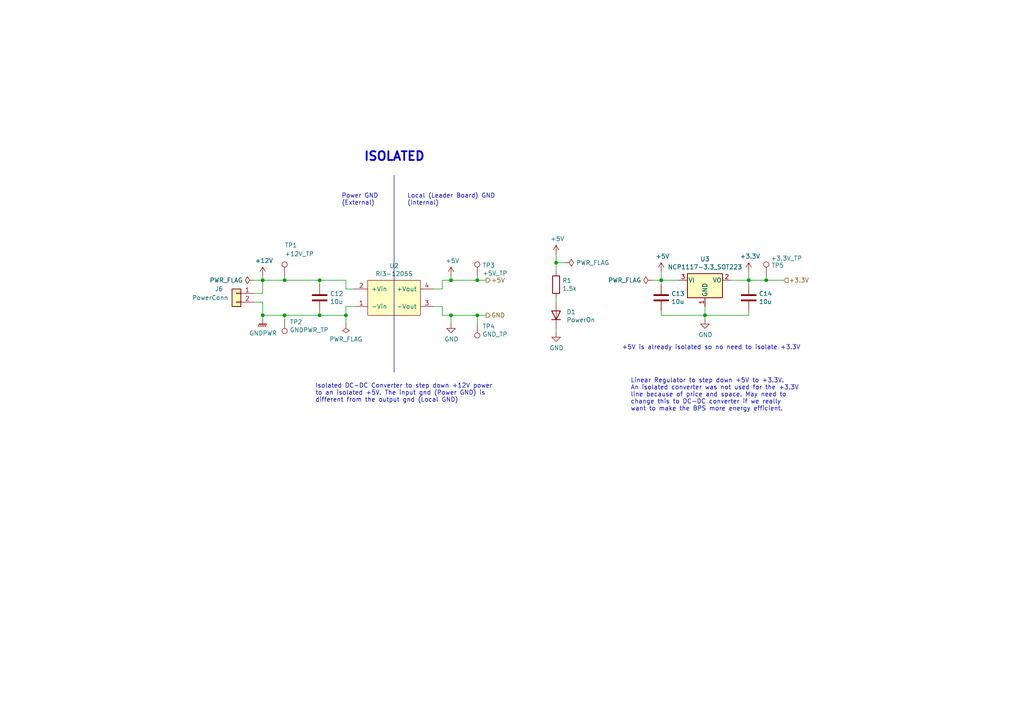
<source format=kicad_sch>
(kicad_sch (version 20230121) (generator eeschema)

  (uuid b95c1561-c97c-4589-9ca4-91d1fbd0ec61)

  (paper "A4")

  (lib_symbols
    (symbol "Connector:TestPoint" (pin_numbers hide) (pin_names (offset 0.762) hide) (in_bom yes) (on_board yes)
      (property "Reference" "TP" (at 0 6.858 0)
        (effects (font (size 1.27 1.27)))
      )
      (property "Value" "TestPoint" (at 0 5.08 0)
        (effects (font (size 1.27 1.27)))
      )
      (property "Footprint" "" (at 5.08 0 0)
        (effects (font (size 1.27 1.27)) hide)
      )
      (property "Datasheet" "~" (at 5.08 0 0)
        (effects (font (size 1.27 1.27)) hide)
      )
      (property "ki_keywords" "test point tp" (at 0 0 0)
        (effects (font (size 1.27 1.27)) hide)
      )
      (property "ki_description" "test point" (at 0 0 0)
        (effects (font (size 1.27 1.27)) hide)
      )
      (property "ki_fp_filters" "Pin* Test*" (at 0 0 0)
        (effects (font (size 1.27 1.27)) hide)
      )
      (symbol "TestPoint_0_1"
        (circle (center 0 3.302) (radius 0.762)
          (stroke (width 0) (type default))
          (fill (type none))
        )
      )
      (symbol "TestPoint_1_1"
        (pin passive line (at 0 0 90) (length 2.54)
          (name "1" (effects (font (size 1.27 1.27))))
          (number "1" (effects (font (size 1.27 1.27))))
        )
      )
    )
    (symbol "Connector_Generic:Conn_01x02" (pin_names (offset 1.016) hide) (in_bom yes) (on_board yes)
      (property "Reference" "J" (at 0 2.54 0)
        (effects (font (size 1.27 1.27)))
      )
      (property "Value" "Conn_01x02" (at 0 -5.08 0)
        (effects (font (size 1.27 1.27)))
      )
      (property "Footprint" "" (at 0 0 0)
        (effects (font (size 1.27 1.27)) hide)
      )
      (property "Datasheet" "~" (at 0 0 0)
        (effects (font (size 1.27 1.27)) hide)
      )
      (property "ki_keywords" "connector" (at 0 0 0)
        (effects (font (size 1.27 1.27)) hide)
      )
      (property "ki_description" "Generic connector, single row, 01x02, script generated (kicad-library-utils/schlib/autogen/connector/)" (at 0 0 0)
        (effects (font (size 1.27 1.27)) hide)
      )
      (property "ki_fp_filters" "Connector*:*_1x??_*" (at 0 0 0)
        (effects (font (size 1.27 1.27)) hide)
      )
      (symbol "Conn_01x02_1_1"
        (rectangle (start -1.27 -2.413) (end 0 -2.667)
          (stroke (width 0.1524) (type default))
          (fill (type none))
        )
        (rectangle (start -1.27 0.127) (end 0 -0.127)
          (stroke (width 0.1524) (type default))
          (fill (type none))
        )
        (rectangle (start -1.27 1.27) (end 1.27 -3.81)
          (stroke (width 0.254) (type default))
          (fill (type background))
        )
        (pin passive line (at -5.08 0 0) (length 3.81)
          (name "Pin_1" (effects (font (size 1.27 1.27))))
          (number "1" (effects (font (size 1.27 1.27))))
        )
        (pin passive line (at -5.08 -2.54 0) (length 3.81)
          (name "Pin_2" (effects (font (size 1.27 1.27))))
          (number "2" (effects (font (size 1.27 1.27))))
        )
      )
    )
    (symbol "Device:C" (pin_numbers hide) (pin_names (offset 0.254)) (in_bom yes) (on_board yes)
      (property "Reference" "C" (at 0.635 2.54 0)
        (effects (font (size 1.27 1.27)) (justify left))
      )
      (property "Value" "C" (at 0.635 -2.54 0)
        (effects (font (size 1.27 1.27)) (justify left))
      )
      (property "Footprint" "" (at 0.9652 -3.81 0)
        (effects (font (size 1.27 1.27)) hide)
      )
      (property "Datasheet" "~" (at 0 0 0)
        (effects (font (size 1.27 1.27)) hide)
      )
      (property "ki_keywords" "cap capacitor" (at 0 0 0)
        (effects (font (size 1.27 1.27)) hide)
      )
      (property "ki_description" "Unpolarized capacitor" (at 0 0 0)
        (effects (font (size 1.27 1.27)) hide)
      )
      (property "ki_fp_filters" "C_*" (at 0 0 0)
        (effects (font (size 1.27 1.27)) hide)
      )
      (symbol "C_0_1"
        (polyline
          (pts
            (xy -2.032 -0.762)
            (xy 2.032 -0.762)
          )
          (stroke (width 0.508) (type default))
          (fill (type none))
        )
        (polyline
          (pts
            (xy -2.032 0.762)
            (xy 2.032 0.762)
          )
          (stroke (width 0.508) (type default))
          (fill (type none))
        )
      )
      (symbol "C_1_1"
        (pin passive line (at 0 3.81 270) (length 2.794)
          (name "~" (effects (font (size 1.27 1.27))))
          (number "1" (effects (font (size 1.27 1.27))))
        )
        (pin passive line (at 0 -3.81 90) (length 2.794)
          (name "~" (effects (font (size 1.27 1.27))))
          (number "2" (effects (font (size 1.27 1.27))))
        )
      )
    )
    (symbol "Device:D" (pin_numbers hide) (pin_names (offset 1.016) hide) (in_bom yes) (on_board yes)
      (property "Reference" "D" (at 0 2.54 0)
        (effects (font (size 1.27 1.27)))
      )
      (property "Value" "D" (at 0 -2.54 0)
        (effects (font (size 1.27 1.27)))
      )
      (property "Footprint" "" (at 0 0 0)
        (effects (font (size 1.27 1.27)) hide)
      )
      (property "Datasheet" "~" (at 0 0 0)
        (effects (font (size 1.27 1.27)) hide)
      )
      (property "Sim.Device" "D" (at 0 0 0)
        (effects (font (size 1.27 1.27)) hide)
      )
      (property "Sim.Pins" "1=K 2=A" (at 0 0 0)
        (effects (font (size 1.27 1.27)) hide)
      )
      (property "ki_keywords" "diode" (at 0 0 0)
        (effects (font (size 1.27 1.27)) hide)
      )
      (property "ki_description" "Diode" (at 0 0 0)
        (effects (font (size 1.27 1.27)) hide)
      )
      (property "ki_fp_filters" "TO-???* *_Diode_* *SingleDiode* D_*" (at 0 0 0)
        (effects (font (size 1.27 1.27)) hide)
      )
      (symbol "D_0_1"
        (polyline
          (pts
            (xy -1.27 1.27)
            (xy -1.27 -1.27)
          )
          (stroke (width 0.254) (type default))
          (fill (type none))
        )
        (polyline
          (pts
            (xy 1.27 0)
            (xy -1.27 0)
          )
          (stroke (width 0) (type default))
          (fill (type none))
        )
        (polyline
          (pts
            (xy 1.27 1.27)
            (xy 1.27 -1.27)
            (xy -1.27 0)
            (xy 1.27 1.27)
          )
          (stroke (width 0.254) (type default))
          (fill (type none))
        )
      )
      (symbol "D_1_1"
        (pin passive line (at -3.81 0 0) (length 2.54)
          (name "K" (effects (font (size 1.27 1.27))))
          (number "1" (effects (font (size 1.27 1.27))))
        )
        (pin passive line (at 3.81 0 180) (length 2.54)
          (name "A" (effects (font (size 1.27 1.27))))
          (number "2" (effects (font (size 1.27 1.27))))
        )
      )
    )
    (symbol "Device:R" (pin_numbers hide) (pin_names (offset 0)) (in_bom yes) (on_board yes)
      (property "Reference" "R" (at 2.032 0 90)
        (effects (font (size 1.27 1.27)))
      )
      (property "Value" "R" (at 0 0 90)
        (effects (font (size 1.27 1.27)))
      )
      (property "Footprint" "" (at -1.778 0 90)
        (effects (font (size 1.27 1.27)) hide)
      )
      (property "Datasheet" "~" (at 0 0 0)
        (effects (font (size 1.27 1.27)) hide)
      )
      (property "ki_keywords" "R res resistor" (at 0 0 0)
        (effects (font (size 1.27 1.27)) hide)
      )
      (property "ki_description" "Resistor" (at 0 0 0)
        (effects (font (size 1.27 1.27)) hide)
      )
      (property "ki_fp_filters" "R_*" (at 0 0 0)
        (effects (font (size 1.27 1.27)) hide)
      )
      (symbol "R_0_1"
        (rectangle (start -1.016 -2.54) (end 1.016 2.54)
          (stroke (width 0.254) (type default))
          (fill (type none))
        )
      )
      (symbol "R_1_1"
        (pin passive line (at 0 3.81 270) (length 1.27)
          (name "~" (effects (font (size 1.27 1.27))))
          (number "1" (effects (font (size 1.27 1.27))))
        )
        (pin passive line (at 0 -3.81 90) (length 1.27)
          (name "~" (effects (font (size 1.27 1.27))))
          (number "2" (effects (font (size 1.27 1.27))))
        )
      )
    )
    (symbol "Regulator_Linear:LD1117S33TR_SOT223" (pin_names (offset 0.254)) (in_bom yes) (on_board yes)
      (property "Reference" "U" (at -3.81 3.175 0)
        (effects (font (size 1.27 1.27)))
      )
      (property "Value" "LD1117S33TR_SOT223" (at 0 3.175 0)
        (effects (font (size 1.27 1.27)) (justify left))
      )
      (property "Footprint" "Package_TO_SOT_SMD:SOT-223-3_TabPin2" (at 0 5.08 0)
        (effects (font (size 1.27 1.27)) hide)
      )
      (property "Datasheet" "http://www.st.com/st-web-ui/static/active/en/resource/technical/document/datasheet/CD00000544.pdf" (at 2.54 -6.35 0)
        (effects (font (size 1.27 1.27)) hide)
      )
      (property "ki_keywords" "REGULATOR LDO 3.3V" (at 0 0 0)
        (effects (font (size 1.27 1.27)) hide)
      )
      (property "ki_description" "800mA Fixed Low Drop Positive Voltage Regulator, Fixed Output 3.3V, SOT-223" (at 0 0 0)
        (effects (font (size 1.27 1.27)) hide)
      )
      (property "ki_fp_filters" "SOT?223*TabPin2*" (at 0 0 0)
        (effects (font (size 1.27 1.27)) hide)
      )
      (symbol "LD1117S33TR_SOT223_0_1"
        (rectangle (start -5.08 -5.08) (end 5.08 1.905)
          (stroke (width 0.254) (type default))
          (fill (type background))
        )
      )
      (symbol "LD1117S33TR_SOT223_1_1"
        (pin power_in line (at 0 -7.62 90) (length 2.54)
          (name "GND" (effects (font (size 1.27 1.27))))
          (number "1" (effects (font (size 1.27 1.27))))
        )
        (pin power_out line (at 7.62 0 180) (length 2.54)
          (name "VO" (effects (font (size 1.27 1.27))))
          (number "2" (effects (font (size 1.27 1.27))))
        )
        (pin power_in line (at -7.62 0 0) (length 2.54)
          (name "VI" (effects (font (size 1.27 1.27))))
          (number "3" (effects (font (size 1.27 1.27))))
        )
      )
    )
    (symbol "power:+12V" (power) (pin_names (offset 0)) (in_bom yes) (on_board yes)
      (property "Reference" "#PWR" (at 0 -3.81 0)
        (effects (font (size 1.27 1.27)) hide)
      )
      (property "Value" "+12V" (at 0 3.556 0)
        (effects (font (size 1.27 1.27)))
      )
      (property "Footprint" "" (at 0 0 0)
        (effects (font (size 1.27 1.27)) hide)
      )
      (property "Datasheet" "" (at 0 0 0)
        (effects (font (size 1.27 1.27)) hide)
      )
      (property "ki_keywords" "power-flag" (at 0 0 0)
        (effects (font (size 1.27 1.27)) hide)
      )
      (property "ki_description" "Power symbol creates a global label with name \"+12V\"" (at 0 0 0)
        (effects (font (size 1.27 1.27)) hide)
      )
      (symbol "+12V_0_1"
        (polyline
          (pts
            (xy -0.762 1.27)
            (xy 0 2.54)
          )
          (stroke (width 0) (type default))
          (fill (type none))
        )
        (polyline
          (pts
            (xy 0 0)
            (xy 0 2.54)
          )
          (stroke (width 0) (type default))
          (fill (type none))
        )
        (polyline
          (pts
            (xy 0 2.54)
            (xy 0.762 1.27)
          )
          (stroke (width 0) (type default))
          (fill (type none))
        )
      )
      (symbol "+12V_1_1"
        (pin power_in line (at 0 0 90) (length 0) hide
          (name "+12V" (effects (font (size 1.27 1.27))))
          (number "1" (effects (font (size 1.27 1.27))))
        )
      )
    )
    (symbol "power:+3.3V" (power) (pin_names (offset 0)) (in_bom yes) (on_board yes)
      (property "Reference" "#PWR" (at 0 -3.81 0)
        (effects (font (size 1.27 1.27)) hide)
      )
      (property "Value" "+3.3V" (at 0 3.556 0)
        (effects (font (size 1.27 1.27)))
      )
      (property "Footprint" "" (at 0 0 0)
        (effects (font (size 1.27 1.27)) hide)
      )
      (property "Datasheet" "" (at 0 0 0)
        (effects (font (size 1.27 1.27)) hide)
      )
      (property "ki_keywords" "power-flag" (at 0 0 0)
        (effects (font (size 1.27 1.27)) hide)
      )
      (property "ki_description" "Power symbol creates a global label with name \"+3.3V\"" (at 0 0 0)
        (effects (font (size 1.27 1.27)) hide)
      )
      (symbol "+3.3V_0_1"
        (polyline
          (pts
            (xy -0.762 1.27)
            (xy 0 2.54)
          )
          (stroke (width 0) (type default))
          (fill (type none))
        )
        (polyline
          (pts
            (xy 0 0)
            (xy 0 2.54)
          )
          (stroke (width 0) (type default))
          (fill (type none))
        )
        (polyline
          (pts
            (xy 0 2.54)
            (xy 0.762 1.27)
          )
          (stroke (width 0) (type default))
          (fill (type none))
        )
      )
      (symbol "+3.3V_1_1"
        (pin power_in line (at 0 0 90) (length 0) hide
          (name "+3.3V" (effects (font (size 1.27 1.27))))
          (number "1" (effects (font (size 1.27 1.27))))
        )
      )
    )
    (symbol "power:+5V" (power) (pin_names (offset 0)) (in_bom yes) (on_board yes)
      (property "Reference" "#PWR" (at 0 -3.81 0)
        (effects (font (size 1.27 1.27)) hide)
      )
      (property "Value" "+5V" (at 0 3.556 0)
        (effects (font (size 1.27 1.27)))
      )
      (property "Footprint" "" (at 0 0 0)
        (effects (font (size 1.27 1.27)) hide)
      )
      (property "Datasheet" "" (at 0 0 0)
        (effects (font (size 1.27 1.27)) hide)
      )
      (property "ki_keywords" "power-flag" (at 0 0 0)
        (effects (font (size 1.27 1.27)) hide)
      )
      (property "ki_description" "Power symbol creates a global label with name \"+5V\"" (at 0 0 0)
        (effects (font (size 1.27 1.27)) hide)
      )
      (symbol "+5V_0_1"
        (polyline
          (pts
            (xy -0.762 1.27)
            (xy 0 2.54)
          )
          (stroke (width 0) (type default))
          (fill (type none))
        )
        (polyline
          (pts
            (xy 0 0)
            (xy 0 2.54)
          )
          (stroke (width 0) (type default))
          (fill (type none))
        )
        (polyline
          (pts
            (xy 0 2.54)
            (xy 0.762 1.27)
          )
          (stroke (width 0) (type default))
          (fill (type none))
        )
      )
      (symbol "+5V_1_1"
        (pin power_in line (at 0 0 90) (length 0) hide
          (name "+5V" (effects (font (size 1.27 1.27))))
          (number "1" (effects (font (size 1.27 1.27))))
        )
      )
    )
    (symbol "power:GND" (power) (pin_names (offset 0)) (in_bom yes) (on_board yes)
      (property "Reference" "#PWR" (at 0 -6.35 0)
        (effects (font (size 1.27 1.27)) hide)
      )
      (property "Value" "GND" (at 0 -3.81 0)
        (effects (font (size 1.27 1.27)))
      )
      (property "Footprint" "" (at 0 0 0)
        (effects (font (size 1.27 1.27)) hide)
      )
      (property "Datasheet" "" (at 0 0 0)
        (effects (font (size 1.27 1.27)) hide)
      )
      (property "ki_keywords" "power-flag" (at 0 0 0)
        (effects (font (size 1.27 1.27)) hide)
      )
      (property "ki_description" "Power symbol creates a global label with name \"GND\" , ground" (at 0 0 0)
        (effects (font (size 1.27 1.27)) hide)
      )
      (symbol "GND_0_1"
        (polyline
          (pts
            (xy 0 0)
            (xy 0 -1.27)
            (xy 1.27 -1.27)
            (xy 0 -2.54)
            (xy -1.27 -1.27)
            (xy 0 -1.27)
          )
          (stroke (width 0) (type default))
          (fill (type none))
        )
      )
      (symbol "GND_1_1"
        (pin power_in line (at 0 0 270) (length 0) hide
          (name "GND" (effects (font (size 1.27 1.27))))
          (number "1" (effects (font (size 1.27 1.27))))
        )
      )
    )
    (symbol "power:GNDPWR" (power) (pin_names (offset 0)) (in_bom yes) (on_board yes)
      (property "Reference" "#PWR" (at 0 -5.08 0)
        (effects (font (size 1.27 1.27)) hide)
      )
      (property "Value" "GNDPWR" (at 0 -3.302 0)
        (effects (font (size 1.27 1.27)))
      )
      (property "Footprint" "" (at 0 -1.27 0)
        (effects (font (size 1.27 1.27)) hide)
      )
      (property "Datasheet" "" (at 0 -1.27 0)
        (effects (font (size 1.27 1.27)) hide)
      )
      (property "ki_keywords" "power-flag" (at 0 0 0)
        (effects (font (size 1.27 1.27)) hide)
      )
      (property "ki_description" "Power symbol creates a global label with name \"GNDPWR\" , power ground" (at 0 0 0)
        (effects (font (size 1.27 1.27)) hide)
      )
      (symbol "GNDPWR_0_1"
        (polyline
          (pts
            (xy 0 -1.27)
            (xy 0 0)
          )
          (stroke (width 0) (type default))
          (fill (type none))
        )
        (polyline
          (pts
            (xy -1.016 -1.27)
            (xy -1.27 -2.032)
            (xy -1.27 -2.032)
          )
          (stroke (width 0.2032) (type default))
          (fill (type none))
        )
        (polyline
          (pts
            (xy -0.508 -1.27)
            (xy -0.762 -2.032)
            (xy -0.762 -2.032)
          )
          (stroke (width 0.2032) (type default))
          (fill (type none))
        )
        (polyline
          (pts
            (xy 0 -1.27)
            (xy -0.254 -2.032)
            (xy -0.254 -2.032)
          )
          (stroke (width 0.2032) (type default))
          (fill (type none))
        )
        (polyline
          (pts
            (xy 0.508 -1.27)
            (xy 0.254 -2.032)
            (xy 0.254 -2.032)
          )
          (stroke (width 0.2032) (type default))
          (fill (type none))
        )
        (polyline
          (pts
            (xy 1.016 -1.27)
            (xy -1.016 -1.27)
            (xy -1.016 -1.27)
          )
          (stroke (width 0.2032) (type default))
          (fill (type none))
        )
        (polyline
          (pts
            (xy 1.016 -1.27)
            (xy 0.762 -2.032)
            (xy 0.762 -2.032)
            (xy 0.762 -2.032)
          )
          (stroke (width 0.2032) (type default))
          (fill (type none))
        )
      )
      (symbol "GNDPWR_1_1"
        (pin power_in line (at 0 0 270) (length 0) hide
          (name "GNDPWR" (effects (font (size 1.27 1.27))))
          (number "1" (effects (font (size 1.27 1.27))))
        )
      )
    )
    (symbol "power:PWR_FLAG" (power) (pin_numbers hide) (pin_names (offset 0) hide) (in_bom yes) (on_board yes)
      (property "Reference" "#FLG" (at 0 1.905 0)
        (effects (font (size 1.27 1.27)) hide)
      )
      (property "Value" "PWR_FLAG" (at 0 3.81 0)
        (effects (font (size 1.27 1.27)))
      )
      (property "Footprint" "" (at 0 0 0)
        (effects (font (size 1.27 1.27)) hide)
      )
      (property "Datasheet" "~" (at 0 0 0)
        (effects (font (size 1.27 1.27)) hide)
      )
      (property "ki_keywords" "power-flag" (at 0 0 0)
        (effects (font (size 1.27 1.27)) hide)
      )
      (property "ki_description" "Special symbol for telling ERC where power comes from" (at 0 0 0)
        (effects (font (size 1.27 1.27)) hide)
      )
      (symbol "PWR_FLAG_0_0"
        (pin power_out line (at 0 0 90) (length 0)
          (name "pwr" (effects (font (size 1.27 1.27))))
          (number "1" (effects (font (size 1.27 1.27))))
        )
      )
      (symbol "PWR_FLAG_0_1"
        (polyline
          (pts
            (xy 0 0)
            (xy 0 1.27)
            (xy -1.016 1.905)
            (xy 0 2.54)
            (xy 1.016 1.905)
            (xy 0 1.27)
          )
          (stroke (width 0) (type default))
          (fill (type none))
        )
      )
    )
    (symbol "utsvt-power-regulators:RI3-1205S" (pin_names (offset 1.016)) (in_bom yes) (on_board yes)
      (property "Reference" "U" (at 0 3.81 0)
        (effects (font (size 1.27 1.27)))
      )
      (property "Value" "RI3-1205S" (at 0 1.27 0)
        (effects (font (size 1.27 1.27)))
      )
      (property "Footprint" "UTSVT_ICs:RI3_DC_Converter" (at 0 0 0)
        (effects (font (size 1.27 1.27)) hide)
      )
      (property "Datasheet" "" (at 0 0 0)
        (effects (font (size 1.27 1.27)) hide)
      )
      (symbol "RI3-1205S_0_1"
        (rectangle (start -7.62 0) (end 7.62 -10.16)
          (stroke (width 0) (type default))
          (fill (type background))
        )
      )
      (symbol "RI3-1205S_1_1"
        (pin input line (at -11.43 -7.62 0) (length 3.81)
          (name "-Vin" (effects (font (size 1.27 1.27))))
          (number "1" (effects (font (size 1.27 1.27))))
        )
        (pin power_in line (at -11.43 -2.54 0) (length 3.81)
          (name "+Vin" (effects (font (size 1.27 1.27))))
          (number "2" (effects (font (size 1.27 1.27))))
        )
        (pin power_out line (at 11.43 -7.62 180) (length 3.81)
          (name "-Vout" (effects (font (size 1.27 1.27))))
          (number "3" (effects (font (size 1.27 1.27))))
        )
        (pin power_out line (at 11.43 -2.54 180) (length 3.81)
          (name "+Vout" (effects (font (size 1.27 1.27))))
          (number "4" (effects (font (size 1.27 1.27))))
        )
      )
    )
  )

  (junction (at 222.25 81.28) (diameter 0) (color 0 0 0 0)
    (uuid 199ac39c-44ef-4f09-b94b-97915bf5cb2e)
  )
  (junction (at 92.71 91.44) (diameter 0) (color 0 0 0 0)
    (uuid 2ec40a67-ffe0-43e3-91de-9491ff6fea26)
  )
  (junction (at 138.43 81.28) (diameter 0) (color 0 0 0 0)
    (uuid 38bc8172-2f85-4cb0-aa07-66881f718c5a)
  )
  (junction (at 82.55 81.28) (diameter 0) (color 0 0 0 0)
    (uuid 3ba348c1-3851-42f0-b5b8-891b3a2b16b4)
  )
  (junction (at 76.2 91.44) (diameter 0) (color 0 0 0 0)
    (uuid 52116b93-1ca7-4e7c-b10b-5c1e6cff1679)
  )
  (junction (at 217.17 81.28) (diameter 0) (color 0 0 0 0)
    (uuid 6342f90f-1825-4b68-8162-c01db24386ea)
  )
  (junction (at 138.43 91.44) (diameter 0) (color 0 0 0 0)
    (uuid 6bc5c41e-b50b-4d4d-bf91-2c09b7555bd1)
  )
  (junction (at 92.71 81.28) (diameter 0) (color 0 0 0 0)
    (uuid 6e544c86-7ce8-489c-a760-629cb10c15ea)
  )
  (junction (at 161.29 76.2) (diameter 0) (color 0 0 0 0)
    (uuid 7072ef26-947d-49af-ab3d-6cd090eed3d2)
  )
  (junction (at 82.55 91.44) (diameter 0) (color 0 0 0 0)
    (uuid 8b8bf750-7e13-4068-b1dd-e4f686b6c8d7)
  )
  (junction (at 191.77 81.28) (diameter 0) (color 0 0 0 0)
    (uuid 8c6378ad-2571-442a-9d0c-521548a3ba70)
  )
  (junction (at 130.81 81.28) (diameter 0) (color 0 0 0 0)
    (uuid ae9a64c2-4592-4c56-9f71-8912fcfcc963)
  )
  (junction (at 76.2 81.28) (diameter 0) (color 0 0 0 0)
    (uuid b334ceb9-b05b-4ffd-9678-b036094f35ce)
  )
  (junction (at 130.81 91.44) (diameter 0) (color 0 0 0 0)
    (uuid bf040679-9575-402f-8515-ee4f61f58bf0)
  )
  (junction (at 204.47 91.44) (diameter 0) (color 0 0 0 0)
    (uuid c02fa65f-e20d-4a8b-8d57-e232359107ba)
  )
  (junction (at 100.33 91.44) (diameter 0) (color 0 0 0 0)
    (uuid ec0634d1-bc97-4c01-a28e-6b3bbea6ea13)
  )

  (wire (pts (xy 161.29 73.66) (xy 161.29 76.2))
    (stroke (width 0) (type default))
    (uuid 069f1c9f-a152-4792-ba60-4ef9ca2471ce)
  )
  (wire (pts (xy 125.73 88.9) (xy 128.27 88.9))
    (stroke (width 0) (type default))
    (uuid 091676b9-ffbe-469a-8c2f-4903ef20d7b2)
  )
  (wire (pts (xy 100.33 83.82) (xy 102.87 83.82))
    (stroke (width 0) (type default))
    (uuid 0ab88448-5e6e-46f9-9e01-6c9840ec53a1)
  )
  (wire (pts (xy 82.55 81.28) (xy 92.71 81.28))
    (stroke (width 0) (type default))
    (uuid 25da12bc-3682-48d3-bc56-052b7217c5a9)
  )
  (wire (pts (xy 128.27 83.82) (xy 128.27 81.28))
    (stroke (width 0) (type default))
    (uuid 2718a840-9a5f-4700-a1f3-96e800bd7bb3)
  )
  (wire (pts (xy 76.2 91.44) (xy 76.2 92.71))
    (stroke (width 0) (type default))
    (uuid 282fa341-c80e-483a-8636-ebdab5c3fd72)
  )
  (wire (pts (xy 161.29 87.63) (xy 161.29 86.36))
    (stroke (width 0) (type default))
    (uuid 298414b3-dc20-4caf-8930-9ce0c0a8fb09)
  )
  (wire (pts (xy 161.29 76.2) (xy 161.29 78.74))
    (stroke (width 0) (type default))
    (uuid 2b417ab3-3082-4faf-94bd-2955c274eaca)
  )
  (wire (pts (xy 76.2 87.63) (xy 76.2 91.44))
    (stroke (width 0) (type default))
    (uuid 2c6267ef-a398-45f9-8e20-004767679ef9)
  )
  (wire (pts (xy 222.25 80.01) (xy 222.25 81.28))
    (stroke (width 0) (type default))
    (uuid 2e2bcada-6e31-493b-96b9-889527385399)
  )
  (wire (pts (xy 204.47 91.44) (xy 217.17 91.44))
    (stroke (width 0) (type default))
    (uuid 34fcf3c5-1856-400f-9c85-753ad2e89f48)
  )
  (wire (pts (xy 130.81 81.28) (xy 138.43 81.28))
    (stroke (width 0) (type default))
    (uuid 39051636-bd5e-4c10-be8f-7ec70e8d0ee9)
  )
  (wire (pts (xy 100.33 88.9) (xy 100.33 91.44))
    (stroke (width 0) (type default))
    (uuid 39cff6b1-4320-44be-846e-8549ad046fca)
  )
  (wire (pts (xy 191.77 81.28) (xy 191.77 82.55))
    (stroke (width 0) (type default))
    (uuid 3cd263f3-6722-438b-a1b1-8f3f1b910d5f)
  )
  (wire (pts (xy 138.43 81.28) (xy 140.97 81.28))
    (stroke (width 0) (type default))
    (uuid 3f1f4e14-97d6-4c60-9124-3f7230772d49)
  )
  (wire (pts (xy 163.83 76.2) (xy 161.29 76.2))
    (stroke (width 0) (type default))
    (uuid 4e8aa26e-8e19-4b0c-b6f1-0aa61c703eeb)
  )
  (wire (pts (xy 76.2 80.01) (xy 76.2 81.28))
    (stroke (width 0) (type default))
    (uuid 51f681ce-5b46-42e2-b4df-33c63d5d4ae7)
  )
  (wire (pts (xy 212.09 81.28) (xy 217.17 81.28))
    (stroke (width 0) (type default))
    (uuid 54b4a0e5-20bc-4d10-b4f0-48cf04e58f45)
  )
  (wire (pts (xy 125.73 83.82) (xy 128.27 83.82))
    (stroke (width 0) (type default))
    (uuid 5510e64b-92fe-4138-a58a-6237e53ef4db)
  )
  (wire (pts (xy 196.85 81.28) (xy 191.77 81.28))
    (stroke (width 0) (type default))
    (uuid 56b05163-5010-4a8d-97d2-40bcaf22b6d1)
  )
  (wire (pts (xy 128.27 91.44) (xy 130.81 91.44))
    (stroke (width 0) (type default))
    (uuid 5d812ce5-02ff-4e50-aaa4-8114f86ce2bf)
  )
  (wire (pts (xy 82.55 92.71) (xy 82.55 91.44))
    (stroke (width 0) (type default))
    (uuid 66059f9f-9b9a-4ffc-a99b-ba89cba5e971)
  )
  (wire (pts (xy 204.47 91.44) (xy 204.47 92.71))
    (stroke (width 0) (type default))
    (uuid 700c82cb-46ab-4922-b7ed-a4bb64a65294)
  )
  (wire (pts (xy 76.2 91.44) (xy 82.55 91.44))
    (stroke (width 0) (type default))
    (uuid 743a97fb-4ee0-4976-9cf9-8001c750c608)
  )
  (wire (pts (xy 189.23 81.28) (xy 191.77 81.28))
    (stroke (width 0) (type default))
    (uuid 77a24982-4254-490f-92bf-55e9c9a6e872)
  )
  (wire (pts (xy 222.25 81.28) (xy 217.17 81.28))
    (stroke (width 0) (type default))
    (uuid 81703846-8e87-41b9-bde4-60f7bdd86ac2)
  )
  (wire (pts (xy 73.66 87.63) (xy 76.2 87.63))
    (stroke (width 0) (type default))
    (uuid 87d40fbf-c633-48d8-b650-1ee975aff559)
  )
  (wire (pts (xy 100.33 81.28) (xy 100.33 83.82))
    (stroke (width 0) (type default))
    (uuid 8d7818fe-e604-4b69-b996-068d242edaac)
  )
  (wire (pts (xy 76.2 85.09) (xy 73.66 85.09))
    (stroke (width 0) (type default))
    (uuid 93b61369-1416-4c1a-a0cf-e2a06bb5010e)
  )
  (wire (pts (xy 140.97 91.44) (xy 138.43 91.44))
    (stroke (width 0) (type default))
    (uuid 97707494-cfc3-48df-b1d5-506158ffeaa0)
  )
  (wire (pts (xy 100.33 88.9) (xy 102.87 88.9))
    (stroke (width 0) (type default))
    (uuid 978c73d7-2cb3-4156-94fe-6d68d2898f82)
  )
  (wire (pts (xy 82.55 91.44) (xy 92.71 91.44))
    (stroke (width 0) (type default))
    (uuid a02592e6-f83f-4aba-ad38-d54b4883eed0)
  )
  (polyline (pts (xy 114.3 50.8) (xy 114.3 107.95))
    (stroke (width 0) (type default))
    (uuid a8335693-429d-4690-9590-132597e718b2)
  )

  (wire (pts (xy 92.71 90.17) (xy 92.71 91.44))
    (stroke (width 0) (type default))
    (uuid ac71d31c-1239-4275-87dc-4e10e6e624df)
  )
  (wire (pts (xy 138.43 91.44) (xy 130.81 91.44))
    (stroke (width 0) (type default))
    (uuid ae5af188-aabc-48b2-ab59-60c78d6be53d)
  )
  (wire (pts (xy 138.43 93.98) (xy 138.43 91.44))
    (stroke (width 0) (type default))
    (uuid b153b0cc-4845-4fa3-86e5-2107100700a5)
  )
  (wire (pts (xy 138.43 80.01) (xy 138.43 81.28))
    (stroke (width 0) (type default))
    (uuid b1c161a1-496a-4c2f-afc4-95720fd12205)
  )
  (wire (pts (xy 92.71 82.55) (xy 92.71 81.28))
    (stroke (width 0) (type default))
    (uuid b772399e-4064-48fd-bc81-fe1aa0d32fad)
  )
  (wire (pts (xy 100.33 91.44) (xy 100.33 93.98))
    (stroke (width 0) (type default))
    (uuid bcbe7901-593b-43e7-bf1b-3afd1ee86f88)
  )
  (wire (pts (xy 92.71 91.44) (xy 100.33 91.44))
    (stroke (width 0) (type default))
    (uuid be83afc3-1177-432a-99c7-0e3ffbe8f041)
  )
  (wire (pts (xy 128.27 81.28) (xy 130.81 81.28))
    (stroke (width 0) (type default))
    (uuid bf44c1d3-ae1d-4b22-80ca-2085a28aca1f)
  )
  (wire (pts (xy 73.66 81.28) (xy 76.2 81.28))
    (stroke (width 0) (type default))
    (uuid c02bfac8-31b5-4e69-8a76-c01694e64549)
  )
  (wire (pts (xy 217.17 91.44) (xy 217.17 90.17))
    (stroke (width 0) (type default))
    (uuid c47caf0c-f344-460b-ac44-a128865cd1dc)
  )
  (wire (pts (xy 130.81 93.98) (xy 130.81 91.44))
    (stroke (width 0) (type default))
    (uuid c53250b0-3319-4916-a366-b11d5fd06d15)
  )
  (wire (pts (xy 227.33 81.28) (xy 222.25 81.28))
    (stroke (width 0) (type default))
    (uuid c7faf992-ce0c-4bcd-8bc2-f64d7fc6396a)
  )
  (wire (pts (xy 76.2 81.28) (xy 82.55 81.28))
    (stroke (width 0) (type default))
    (uuid c9c54c0e-7a71-4567-8cc8-ec7b9e40f4fc)
  )
  (wire (pts (xy 76.2 81.28) (xy 76.2 85.09))
    (stroke (width 0) (type default))
    (uuid cbe01a32-5410-4b8b-a6fa-8e05d74b3317)
  )
  (wire (pts (xy 130.81 80.01) (xy 130.81 81.28))
    (stroke (width 0) (type default))
    (uuid d0c5f6f1-2671-4e14-84dc-c2cf9277b1f2)
  )
  (wire (pts (xy 217.17 81.28) (xy 217.17 82.55))
    (stroke (width 0) (type default))
    (uuid d0f92006-e9e8-4f46-a0e3-202d31884173)
  )
  (wire (pts (xy 191.77 78.74) (xy 191.77 81.28))
    (stroke (width 0) (type default))
    (uuid d532a79b-ea7e-40e8-8db1-98e720bfc51e)
  )
  (wire (pts (xy 204.47 88.9) (xy 204.47 91.44))
    (stroke (width 0) (type default))
    (uuid da666809-d2f4-468f-8c5d-8438e3df01b7)
  )
  (wire (pts (xy 191.77 91.44) (xy 204.47 91.44))
    (stroke (width 0) (type default))
    (uuid df9686ce-fc8f-402a-b40d-ac712cc0542a)
  )
  (wire (pts (xy 92.71 81.28) (xy 100.33 81.28))
    (stroke (width 0) (type default))
    (uuid e33aa0f6-e97e-41f7-852a-3b0e4c001c09)
  )
  (wire (pts (xy 128.27 88.9) (xy 128.27 91.44))
    (stroke (width 0) (type default))
    (uuid e733ecd0-fc67-4375-95d3-35ca5bc1e96d)
  )
  (wire (pts (xy 161.29 96.52) (xy 161.29 95.25))
    (stroke (width 0) (type default))
    (uuid e99cb775-86c0-42d4-96df-166614b2035c)
  )
  (wire (pts (xy 217.17 78.74) (xy 217.17 81.28))
    (stroke (width 0) (type default))
    (uuid efa47874-51ce-400c-ae18-644788ba00ea)
  )
  (wire (pts (xy 82.55 80.01) (xy 82.55 81.28))
    (stroke (width 0) (type default))
    (uuid faa5cd40-ea10-4fe0-b920-4e42bd5ac1ea)
  )
  (wire (pts (xy 191.77 90.17) (xy 191.77 91.44))
    (stroke (width 0) (type default))
    (uuid fe955c93-f40f-4816-8869-c83eec6adb49)
  )

  (text "Linear Regulator to step down +5V to +3.3V.\nAn isolated converter was not used for the +3.3V\nline because of price and space. May need to\nchange this to DC-DC converter if we really\nwant to make the BPS more energy efficient."
    (at 182.88 119.38 0)
    (effects (font (size 1.27 1.27)) (justify left bottom))
    (uuid 03d0f8ff-8579-4d41-a73b-f3d27d50b48b)
  )
  (text "Isolated DC-DC Converter to step down +12V power\nto an isolated +5V. The input gnd (Power GND) is\ndifferent from the output gnd (Local GND)"
    (at 91.44 116.84 0)
    (effects (font (size 1.27 1.27)) (justify left bottom))
    (uuid 52115c0b-eb61-4aba-99d6-bf404552d50b)
  )
  (text "ISOLATED" (at 105.41 46.99 0)
    (effects (font (size 2.54 2.54) (thickness 0.508) bold) (justify left bottom))
    (uuid 5ac81521-cbb5-49ef-9e1f-743c4d457471)
  )
  (text "+5V is already isolated so no need to isolate +3.3V"
    (at 180.34 101.6 0)
    (effects (font (size 1.27 1.27)) (justify left bottom))
    (uuid 6b8a51e8-744b-4c13-9c7c-44f0fd332e85)
  )
  (text "Power GND\n(External)" (at 99.06 59.69 0)
    (effects (font (size 1.27 1.27)) (justify left bottom))
    (uuid 7e3a30c9-d6d1-4f10-b3a9-0b3bf2d72af1)
  )
  (text "Local (Leader Board) GND\n(Internal)" (at 118.11 59.69 0)
    (effects (font (size 1.27 1.27)) (justify left bottom))
    (uuid a9e511ab-1398-4c97-9dae-e3b796345a94)
  )

  (hierarchical_label "GND" (shape output) (at 140.97 91.44 0) (fields_autoplaced)
    (effects (font (size 1.27 1.27)) (justify left))
    (uuid 9d8e36a5-6a80-4269-a8b3-72025a28e536)
  )
  (hierarchical_label "+5V" (shape output) (at 140.97 81.28 0) (fields_autoplaced)
    (effects (font (size 1.27 1.27)) (justify left))
    (uuid d7f086e9-4711-4927-8f34-04e71ac46ac1)
  )
  (hierarchical_label "+3.3V" (shape input) (at 227.33 81.28 0) (fields_autoplaced)
    (effects (font (size 1.27 1.27)) (justify left))
    (uuid e3b9f898-6386-4188-8b47-8243b72d54a8)
  )

  (symbol (lib_id "power:+12V") (at 76.2 80.01 0) (unit 1)
    (in_bom yes) (on_board yes) (dnp no)
    (uuid 00000000-0000-0000-0000-00005c35f2d2)
    (property "Reference" "#PWR021" (at 76.2 83.82 0)
      (effects (font (size 1.27 1.27)) hide)
    )
    (property "Value" "+12V" (at 76.581 75.6158 0)
      (effects (font (size 1.27 1.27)))
    )
    (property "Footprint" "" (at 76.2 80.01 0)
      (effects (font (size 1.27 1.27)) hide)
    )
    (property "Datasheet" "" (at 76.2 80.01 0)
      (effects (font (size 1.27 1.27)) hide)
    )
    (pin "1" (uuid 62cc1c21-244d-4420-8b3e-06a2e00ba5c0))
    (instances
      (project "BPS-Leader"
        (path "/c248b171-df31-4e8a-afb6-607fa2df334b/00000000-0000-0000-0000-00005c29e573"
          (reference "#PWR021") (unit 1)
        )
      )
    )
  )

  (symbol (lib_id "Device:C") (at 92.71 86.36 0) (unit 1)
    (in_bom yes) (on_board yes) (dnp no)
    (uuid 00000000-0000-0000-0000-00005c35f7e4)
    (property "Reference" "C12" (at 95.7072 85.1916 0)
      (effects (font (size 1.27 1.27)) (justify left))
    )
    (property "Value" "10u" (at 95.7072 87.503 0)
      (effects (font (size 1.27 1.27)) (justify left))
    )
    (property "Footprint" "UTSVT_Passive:C_2220_5750Metric" (at 93.6752 90.17 0)
      (effects (font (size 1.27 1.27)) hide)
    )
    (property "Datasheet" "~" (at 92.71 86.36 0)
      (effects (font (size 1.27 1.27)) hide)
    )
    (pin "1" (uuid 6e6d02cb-de9c-4d36-90af-03c460093659))
    (pin "2" (uuid a7cfc679-5aa6-414c-9614-58f4500bf66d))
    (instances
      (project "BPS-Leader"
        (path "/c248b171-df31-4e8a-afb6-607fa2df334b/00000000-0000-0000-0000-00005c29e573"
          (reference "C12") (unit 1)
        )
      )
    )
  )

  (symbol (lib_id "power:+5V") (at 130.81 80.01 0) (unit 1)
    (in_bom yes) (on_board yes) (dnp no)
    (uuid 00000000-0000-0000-0000-00005c376123)
    (property "Reference" "#PWR023" (at 130.81 83.82 0)
      (effects (font (size 1.27 1.27)) hide)
    )
    (property "Value" "+5V" (at 131.191 75.6158 0)
      (effects (font (size 1.27 1.27)))
    )
    (property "Footprint" "" (at 130.81 80.01 0)
      (effects (font (size 1.27 1.27)) hide)
    )
    (property "Datasheet" "" (at 130.81 80.01 0)
      (effects (font (size 1.27 1.27)) hide)
    )
    (pin "1" (uuid 2b278a50-7be7-4c23-ad2c-4c14e5c7de6b))
    (instances
      (project "BPS-Leader"
        (path "/c248b171-df31-4e8a-afb6-607fa2df334b/00000000-0000-0000-0000-00005c29e573"
          (reference "#PWR023") (unit 1)
        )
      )
    )
  )

  (symbol (lib_id "Connector:TestPoint") (at 82.55 80.01 0) (unit 1)
    (in_bom yes) (on_board yes) (dnp no)
    (uuid 00000000-0000-0000-0000-00005c37d606)
    (property "Reference" "TP1" (at 82.55 71.12 0)
      (effects (font (size 1.27 1.27)) (justify left))
    )
    (property "Value" "+12V_TP" (at 82.55 73.66 0)
      (effects (font (size 1.27 1.27)) (justify left))
    )
    (property "Footprint" "TestPoint:TestPoint_Keystone_5005-5009_Compact" (at 87.63 80.01 0)
      (effects (font (size 1.27 1.27)) hide)
    )
    (property "Datasheet" "~" (at 87.63 80.01 0)
      (effects (font (size 1.27 1.27)) hide)
    )
    (pin "1" (uuid 59c48fea-9c23-46ef-8cd0-c2802091ae75))
    (instances
      (project "BPS-Leader"
        (path "/c248b171-df31-4e8a-afb6-607fa2df334b/00000000-0000-0000-0000-00005c29e573"
          (reference "TP1") (unit 1)
        )
      )
    )
  )

  (symbol (lib_id "Connector:TestPoint") (at 138.43 80.01 0) (unit 1)
    (in_bom yes) (on_board yes) (dnp no)
    (uuid 00000000-0000-0000-0000-00005c37e6a3)
    (property "Reference" "TP3" (at 139.9032 76.962 0)
      (effects (font (size 1.27 1.27)) (justify left))
    )
    (property "Value" "+5V_TP" (at 139.9032 79.2734 0)
      (effects (font (size 1.27 1.27)) (justify left))
    )
    (property "Footprint" "TestPoint:TestPoint_Keystone_5005-5009_Compact" (at 143.51 80.01 0)
      (effects (font (size 1.27 1.27)) hide)
    )
    (property "Datasheet" "~" (at 143.51 80.01 0)
      (effects (font (size 1.27 1.27)) hide)
    )
    (pin "1" (uuid 6febdcc4-f811-4f0c-9c8d-ffdb2afe2f33))
    (instances
      (project "BPS-Leader"
        (path "/c248b171-df31-4e8a-afb6-607fa2df334b/00000000-0000-0000-0000-00005c29e573"
          (reference "TP3") (unit 1)
        )
      )
    )
  )

  (symbol (lib_id "Connector:TestPoint") (at 138.43 93.98 180) (unit 1)
    (in_bom yes) (on_board yes) (dnp no)
    (uuid 00000000-0000-0000-0000-00005c37f6b1)
    (property "Reference" "TP4" (at 139.9032 94.6658 0)
      (effects (font (size 1.27 1.27)) (justify right))
    )
    (property "Value" "GND_TP" (at 139.9032 96.9772 0)
      (effects (font (size 1.27 1.27)) (justify right))
    )
    (property "Footprint" "TestPoint:TestPoint_Keystone_5005-5009_Compact" (at 133.35 93.98 0)
      (effects (font (size 1.27 1.27)) hide)
    )
    (property "Datasheet" "~" (at 133.35 93.98 0)
      (effects (font (size 1.27 1.27)) hide)
    )
    (pin "1" (uuid ac08834a-95ab-40df-871e-11ff62e85410))
    (instances
      (project "BPS-Leader"
        (path "/c248b171-df31-4e8a-afb6-607fa2df334b/00000000-0000-0000-0000-00005c29e573"
          (reference "TP4") (unit 1)
        )
      )
    )
  )

  (symbol (lib_id "utsvt-power-regulators:RI3-1205S") (at 114.3 81.28 0) (unit 1)
    (in_bom yes) (on_board yes) (dnp no)
    (uuid 00000000-0000-0000-0000-00005c38c4fe)
    (property "Reference" "U2" (at 114.3 77.089 0)
      (effects (font (size 1.27 1.27)))
    )
    (property "Value" "RI3-1205S" (at 114.3 79.4004 0)
      (effects (font (size 1.27 1.27)))
    )
    (property "Footprint" "UTSVT_ICs:RI3_DC_Converter" (at 114.3 81.28 0)
      (effects (font (size 1.27 1.27)) hide)
    )
    (property "Datasheet" "" (at 114.3 81.28 0)
      (effects (font (size 1.27 1.27)) hide)
    )
    (pin "1" (uuid 844f242c-0ba4-4e9c-9fcb-0d8bae01dd50))
    (pin "2" (uuid 5703d48f-bca4-45b1-a551-f6803a213551))
    (pin "3" (uuid 2e98c941-5106-4f03-a82a-6cfb78303187))
    (pin "4" (uuid 1eacd07c-72db-4f18-9b74-f0f766b681a2))
    (instances
      (project "BPS-Leader"
        (path "/c248b171-df31-4e8a-afb6-607fa2df334b/00000000-0000-0000-0000-00005c29e573"
          (reference "U2") (unit 1)
        )
      )
    )
  )

  (symbol (lib_id "power:GND") (at 130.81 93.98 0) (unit 1)
    (in_bom yes) (on_board yes) (dnp no)
    (uuid 00000000-0000-0000-0000-00005c3f3b1f)
    (property "Reference" "#PWR024" (at 130.81 100.33 0)
      (effects (font (size 1.27 1.27)) hide)
    )
    (property "Value" "GND" (at 130.937 98.3742 0)
      (effects (font (size 1.27 1.27)))
    )
    (property "Footprint" "" (at 130.81 93.98 0)
      (effects (font (size 1.27 1.27)) hide)
    )
    (property "Datasheet" "" (at 130.81 93.98 0)
      (effects (font (size 1.27 1.27)) hide)
    )
    (pin "1" (uuid 01fcd57c-1abc-41fc-8aa5-20fb63371e8b))
    (instances
      (project "BPS-Leader"
        (path "/c248b171-df31-4e8a-afb6-607fa2df334b/00000000-0000-0000-0000-00005c29e573"
          (reference "#PWR024") (unit 1)
        )
      )
    )
  )

  (symbol (lib_id "power:GNDPWR") (at 76.2 92.71 0) (unit 1)
    (in_bom yes) (on_board yes) (dnp no)
    (uuid 00000000-0000-0000-0000-00005c3f7204)
    (property "Reference" "#PWR022" (at 76.2 97.79 0)
      (effects (font (size 1.27 1.27)) hide)
    )
    (property "Value" "GNDPWR" (at 76.3016 96.6216 0)
      (effects (font (size 1.27 1.27)))
    )
    (property "Footprint" "" (at 76.2 93.98 0)
      (effects (font (size 1.27 1.27)) hide)
    )
    (property "Datasheet" "" (at 76.2 93.98 0)
      (effects (font (size 1.27 1.27)) hide)
    )
    (pin "1" (uuid a636e384-40f6-4dd1-b090-5db7ca4bdabd))
    (instances
      (project "BPS-Leader"
        (path "/c248b171-df31-4e8a-afb6-607fa2df334b/00000000-0000-0000-0000-00005c29e573"
          (reference "#PWR022") (unit 1)
        )
      )
    )
  )

  (symbol (lib_id "power:GND") (at 161.29 96.52 0) (unit 1)
    (in_bom yes) (on_board yes) (dnp no)
    (uuid 00000000-0000-0000-0000-00005c58d746)
    (property "Reference" "#PWR026" (at 161.29 102.87 0)
      (effects (font (size 1.27 1.27)) hide)
    )
    (property "Value" "GND" (at 161.417 100.9142 0)
      (effects (font (size 1.27 1.27)))
    )
    (property "Footprint" "" (at 161.29 96.52 0)
      (effects (font (size 1.27 1.27)) hide)
    )
    (property "Datasheet" "" (at 161.29 96.52 0)
      (effects (font (size 1.27 1.27)) hide)
    )
    (pin "1" (uuid 8de51f70-6cb3-46ea-9884-9fc2be53168f))
    (instances
      (project "BPS-Leader"
        (path "/c248b171-df31-4e8a-afb6-607fa2df334b/00000000-0000-0000-0000-00005c29e573"
          (reference "#PWR026") (unit 1)
        )
      )
    )
  )

  (symbol (lib_id "Device:D") (at 161.29 91.44 90) (unit 1)
    (in_bom yes) (on_board yes) (dnp no)
    (uuid 00000000-0000-0000-0000-00005c58d83e)
    (property "Reference" "D1" (at 164.2872 90.4748 90)
      (effects (font (size 1.27 1.27)) (justify right))
    )
    (property "Value" "PowerOn" (at 164.2872 92.7862 90)
      (effects (font (size 1.27 1.27)) (justify right))
    )
    (property "Footprint" "LED_SMD:LED_0805_2012Metric" (at 161.29 91.44 0)
      (effects (font (size 1.27 1.27)) hide)
    )
    (property "Datasheet" "~" (at 161.29 91.44 0)
      (effects (font (size 1.27 1.27)) hide)
    )
    (property "Color" "Green" (at 161.29 91.44 90)
      (effects (font (size 1.27 1.27)) hide)
    )
    (property "P/N" "APTD2012LCGCK" (at 161.29 91.44 90)
      (effects (font (size 1.27 1.27)) hide)
    )
    (property "Sim.Device" "D" (at 161.29 91.44 0)
      (effects (font (size 1.27 1.27)) hide)
    )
    (property "Sim.Pins" "1=K 2=A" (at 161.29 91.44 0)
      (effects (font (size 1.27 1.27)) hide)
    )
    (pin "1" (uuid db38c4eb-4a8c-489e-9ae4-efb65ae7cd64))
    (pin "2" (uuid a20c0432-9609-4031-acc6-9a9c5c2e1996))
    (instances
      (project "BPS-Leader"
        (path "/c248b171-df31-4e8a-afb6-607fa2df334b/00000000-0000-0000-0000-00005c29e573"
          (reference "D1") (unit 1)
        )
      )
    )
  )

  (symbol (lib_id "Device:R") (at 161.29 82.55 0) (unit 1)
    (in_bom yes) (on_board yes) (dnp no)
    (uuid 00000000-0000-0000-0000-00005c58d993)
    (property "Reference" "R1" (at 163.068 81.3816 0)
      (effects (font (size 1.27 1.27)) (justify left))
    )
    (property "Value" "1.5k" (at 163.068 83.693 0)
      (effects (font (size 1.27 1.27)) (justify left))
    )
    (property "Footprint" "Resistor_SMD:R_0805_2012Metric" (at 159.512 82.55 90)
      (effects (font (size 1.27 1.27)) hide)
    )
    (property "Datasheet" "~" (at 161.29 82.55 0)
      (effects (font (size 1.27 1.27)) hide)
    )
    (pin "1" (uuid 72467cf9-33c2-4691-82f7-c0d53495a58a))
    (pin "2" (uuid 05e8d1bd-2d4a-49f2-8c88-973430c7a939))
    (instances
      (project "BPS-Leader"
        (path "/c248b171-df31-4e8a-afb6-607fa2df334b/00000000-0000-0000-0000-00005c29e573"
          (reference "R1") (unit 1)
        )
      )
    )
  )

  (symbol (lib_id "power:+5V") (at 161.29 73.66 0) (unit 1)
    (in_bom yes) (on_board yes) (dnp no)
    (uuid 00000000-0000-0000-0000-00005c58fef6)
    (property "Reference" "#PWR025" (at 161.29 77.47 0)
      (effects (font (size 1.27 1.27)) hide)
    )
    (property "Value" "+5V" (at 161.671 69.2658 0)
      (effects (font (size 1.27 1.27)))
    )
    (property "Footprint" "" (at 161.29 73.66 0)
      (effects (font (size 1.27 1.27)) hide)
    )
    (property "Datasheet" "" (at 161.29 73.66 0)
      (effects (font (size 1.27 1.27)) hide)
    )
    (pin "1" (uuid 5c024d73-1ffa-4378-b208-3a23f39301b8))
    (instances
      (project "BPS-Leader"
        (path "/c248b171-df31-4e8a-afb6-607fa2df334b/00000000-0000-0000-0000-00005c29e573"
          (reference "#PWR025") (unit 1)
        )
      )
    )
  )

  (symbol (lib_id "power:+5V") (at 191.77 78.74 0) (unit 1)
    (in_bom yes) (on_board yes) (dnp no)
    (uuid 00000000-0000-0000-0000-00005c702374)
    (property "Reference" "#PWR027" (at 191.77 82.55 0)
      (effects (font (size 1.27 1.27)) hide)
    )
    (property "Value" "+5V" (at 192.151 74.3458 0)
      (effects (font (size 1.27 1.27)))
    )
    (property "Footprint" "" (at 191.77 78.74 0)
      (effects (font (size 1.27 1.27)) hide)
    )
    (property "Datasheet" "" (at 191.77 78.74 0)
      (effects (font (size 1.27 1.27)) hide)
    )
    (pin "1" (uuid bcb7412f-b3b6-4b4e-b6ee-254b1efefba5))
    (instances
      (project "BPS-Leader"
        (path "/c248b171-df31-4e8a-afb6-607fa2df334b/00000000-0000-0000-0000-00005c29e573"
          (reference "#PWR027") (unit 1)
        )
      )
    )
  )

  (symbol (lib_id "Regulator_Linear:LD1117S33TR_SOT223") (at 204.47 81.28 0) (unit 1)
    (in_bom yes) (on_board yes) (dnp no)
    (uuid 00000000-0000-0000-0000-00005c70247c)
    (property "Reference" "U3" (at 204.47 75.1332 0)
      (effects (font (size 1.27 1.27)))
    )
    (property "Value" "NCP1117-3.3_SOT223" (at 204.47 77.4446 0)
      (effects (font (size 1.27 1.27)))
    )
    (property "Footprint" "Package_TO_SOT_SMD:SOT-223-3_TabPin2" (at 204.47 76.2 0)
      (effects (font (size 1.27 1.27)) hide)
    )
    (property "Datasheet" "http://www.onsemi.com/pub_link/Collateral/NCP1117-D.PDF" (at 207.01 87.63 0)
      (effects (font (size 1.27 1.27)) hide)
    )
    (pin "1" (uuid 40239f0b-a96f-43f3-add4-6f67787fabf1))
    (pin "2" (uuid d667bc2a-0e2c-4bd2-b29d-35cad344e1de))
    (pin "3" (uuid be90b475-8168-44d2-87b8-5f00a1d7021f))
    (instances
      (project "BPS-Leader"
        (path "/c248b171-df31-4e8a-afb6-607fa2df334b/00000000-0000-0000-0000-00005c29e573"
          (reference "U3") (unit 1)
        )
      )
    )
  )

  (symbol (lib_id "Device:C") (at 191.77 86.36 0) (unit 1)
    (in_bom yes) (on_board yes) (dnp no)
    (uuid 00000000-0000-0000-0000-00005c702937)
    (property "Reference" "C13" (at 194.691 85.1916 0)
      (effects (font (size 1.27 1.27)) (justify left))
    )
    (property "Value" "10u" (at 194.691 87.503 0)
      (effects (font (size 1.27 1.27)) (justify left))
    )
    (property "Footprint" "Capacitor_SMD:C_0805_2012Metric" (at 192.7352 90.17 0)
      (effects (font (size 1.27 1.27)) hide)
    )
    (property "Datasheet" "~" (at 191.77 86.36 0)
      (effects (font (size 1.27 1.27)) hide)
    )
    (pin "1" (uuid 7a860c50-2d3e-4251-8af2-8c43abe1dcf7))
    (pin "2" (uuid cb05e9ab-2490-47b8-9253-b7191b2666a6))
    (instances
      (project "BPS-Leader"
        (path "/c248b171-df31-4e8a-afb6-607fa2df334b/00000000-0000-0000-0000-00005c29e573"
          (reference "C13") (unit 1)
        )
      )
    )
  )

  (symbol (lib_id "Device:C") (at 217.17 86.36 0) (unit 1)
    (in_bom yes) (on_board yes) (dnp no)
    (uuid 00000000-0000-0000-0000-00005c7029c7)
    (property "Reference" "C14" (at 220.091 85.1916 0)
      (effects (font (size 1.27 1.27)) (justify left))
    )
    (property "Value" "10u" (at 220.091 87.503 0)
      (effects (font (size 1.27 1.27)) (justify left))
    )
    (property "Footprint" "Capacitor_SMD:C_0805_2012Metric" (at 218.1352 90.17 0)
      (effects (font (size 1.27 1.27)) hide)
    )
    (property "Datasheet" "~" (at 217.17 86.36 0)
      (effects (font (size 1.27 1.27)) hide)
    )
    (pin "1" (uuid 7ff61df9-e103-4b23-ad0c-ef01a7bfb24a))
    (pin "2" (uuid fe10e031-2f48-4895-9529-5c943a043293))
    (instances
      (project "BPS-Leader"
        (path "/c248b171-df31-4e8a-afb6-607fa2df334b/00000000-0000-0000-0000-00005c29e573"
          (reference "C14") (unit 1)
        )
      )
    )
  )

  (symbol (lib_id "power:GND") (at 204.47 92.71 0) (unit 1)
    (in_bom yes) (on_board yes) (dnp no)
    (uuid 00000000-0000-0000-0000-00005c703bf4)
    (property "Reference" "#PWR028" (at 204.47 99.06 0)
      (effects (font (size 1.27 1.27)) hide)
    )
    (property "Value" "GND" (at 204.597 97.1042 0)
      (effects (font (size 1.27 1.27)))
    )
    (property "Footprint" "" (at 204.47 92.71 0)
      (effects (font (size 1.27 1.27)) hide)
    )
    (property "Datasheet" "" (at 204.47 92.71 0)
      (effects (font (size 1.27 1.27)) hide)
    )
    (pin "1" (uuid 58dfb68e-1eff-4e60-aa2f-44bcfa43b909))
    (instances
      (project "BPS-Leader"
        (path "/c248b171-df31-4e8a-afb6-607fa2df334b/00000000-0000-0000-0000-00005c29e573"
          (reference "#PWR028") (unit 1)
        )
      )
    )
  )

  (symbol (lib_id "power:+3.3V") (at 217.17 78.74 0) (unit 1)
    (in_bom yes) (on_board yes) (dnp no)
    (uuid 00000000-0000-0000-0000-00005c7065c8)
    (property "Reference" "#PWR029" (at 217.17 82.55 0)
      (effects (font (size 1.27 1.27)) hide)
    )
    (property "Value" "+3.3V" (at 217.551 74.3458 0)
      (effects (font (size 1.27 1.27)))
    )
    (property "Footprint" "" (at 217.17 78.74 0)
      (effects (font (size 1.27 1.27)) hide)
    )
    (property "Datasheet" "" (at 217.17 78.74 0)
      (effects (font (size 1.27 1.27)) hide)
    )
    (pin "1" (uuid 55cad15f-d8a1-4427-bdd5-f1815d08f2ea))
    (instances
      (project "BPS-Leader"
        (path "/c248b171-df31-4e8a-afb6-607fa2df334b/00000000-0000-0000-0000-00005c29e573"
          (reference "#PWR029") (unit 1)
        )
      )
    )
  )

  (symbol (lib_id "Connector:TestPoint") (at 222.25 80.01 0) (unit 1)
    (in_bom yes) (on_board yes) (dnp no)
    (uuid 00000000-0000-0000-0000-00005c708412)
    (property "Reference" "TP5" (at 223.7232 76.962 0)
      (effects (font (size 1.27 1.27)) (justify left))
    )
    (property "Value" "+3.3V_TP" (at 223.52 74.93 0)
      (effects (font (size 1.27 1.27)) (justify left))
    )
    (property "Footprint" "TestPoint:TestPoint_Keystone_5005-5009_Compact" (at 227.33 80.01 0)
      (effects (font (size 1.27 1.27)) hide)
    )
    (property "Datasheet" "~" (at 227.33 80.01 0)
      (effects (font (size 1.27 1.27)) hide)
    )
    (pin "1" (uuid 2524e9e8-e1e2-4130-b22a-a51b6fa0d700))
    (instances
      (project "BPS-Leader"
        (path "/c248b171-df31-4e8a-afb6-607fa2df334b/00000000-0000-0000-0000-00005c29e573"
          (reference "TP5") (unit 1)
        )
      )
    )
  )

  (symbol (lib_id "Connector:TestPoint") (at 82.55 92.71 180) (unit 1)
    (in_bom yes) (on_board yes) (dnp no)
    (uuid 00000000-0000-0000-0000-00005c82cea3)
    (property "Reference" "TP2" (at 84.0232 93.3958 0)
      (effects (font (size 1.27 1.27)) (justify right))
    )
    (property "Value" "GNDPWR_TP" (at 84.0232 95.7072 0)
      (effects (font (size 1.27 1.27)) (justify right))
    )
    (property "Footprint" "TestPoint:TestPoint_Keystone_5005-5009_Compact" (at 77.47 92.71 0)
      (effects (font (size 1.27 1.27)) hide)
    )
    (property "Datasheet" "~" (at 77.47 92.71 0)
      (effects (font (size 1.27 1.27)) hide)
    )
    (pin "1" (uuid 81cb0854-ac54-4287-98f2-10bf34f41d40))
    (instances
      (project "BPS-Leader"
        (path "/c248b171-df31-4e8a-afb6-607fa2df334b/00000000-0000-0000-0000-00005c29e573"
          (reference "TP2") (unit 1)
        )
      )
    )
  )

  (symbol (lib_id "Connector_Generic:Conn_01x02") (at 68.58 85.09 0) (mirror y) (unit 1)
    (in_bom yes) (on_board yes) (dnp no)
    (uuid 00000000-0000-0000-0000-00005f1149c6)
    (property "Reference" "J6" (at 63.5 83.82 0)
      (effects (font (size 1.27 1.27)))
    )
    (property "Value" "PowerConn" (at 60.96 86.36 0)
      (effects (font (size 1.27 1.27)))
    )
    (property "Footprint" "UTSVT_Connectors:Molex_MicroFit3.0_1x2xP3.00mm_PolarizingPeg_Vertical" (at 68.58 85.09 0)
      (effects (font (size 1.27 1.27)) hide)
    )
    (property "Datasheet" "~" (at 68.58 85.09 0)
      (effects (font (size 1.27 1.27)) hide)
    )
    (pin "1" (uuid 9f02845f-b1fb-4cd8-9e7d-1cd5eed12d69))
    (pin "2" (uuid 865a81fe-2c6a-45aa-a341-a1a7f1dd5d31))
    (instances
      (project "BPS-Leader"
        (path "/c248b171-df31-4e8a-afb6-607fa2df334b/00000000-0000-0000-0000-00005c29e573"
          (reference "J6") (unit 1)
        )
      )
    )
  )

  (symbol (lib_id "power:PWR_FLAG") (at 189.23 81.28 90) (unit 1)
    (in_bom yes) (on_board yes) (dnp no)
    (uuid 00000000-0000-0000-0000-00005f1e78a7)
    (property "Reference" "#FLG05" (at 187.325 81.28 0)
      (effects (font (size 1.27 1.27)) hide)
    )
    (property "Value" "PWR_FLAG" (at 186.0042 81.28 90)
      (effects (font (size 1.27 1.27)) (justify left))
    )
    (property "Footprint" "" (at 189.23 81.28 0)
      (effects (font (size 1.27 1.27)) hide)
    )
    (property "Datasheet" "~" (at 189.23 81.28 0)
      (effects (font (size 1.27 1.27)) hide)
    )
    (pin "1" (uuid f858c006-9288-4688-88bb-d06856fc621c))
    (instances
      (project "BPS-Leader"
        (path "/c248b171-df31-4e8a-afb6-607fa2df334b/00000000-0000-0000-0000-00005c29e573"
          (reference "#FLG05") (unit 1)
        )
      )
    )
  )

  (symbol (lib_id "power:PWR_FLAG") (at 100.33 93.98 180) (unit 1)
    (in_bom yes) (on_board yes) (dnp no)
    (uuid 00000000-0000-0000-0000-00005f1eafa2)
    (property "Reference" "#FLG03" (at 100.33 95.885 0)
      (effects (font (size 1.27 1.27)) hide)
    )
    (property "Value" "PWR_FLAG" (at 100.33 98.3742 0)
      (effects (font (size 1.27 1.27)))
    )
    (property "Footprint" "" (at 100.33 93.98 0)
      (effects (font (size 1.27 1.27)) hide)
    )
    (property "Datasheet" "~" (at 100.33 93.98 0)
      (effects (font (size 1.27 1.27)) hide)
    )
    (pin "1" (uuid 7fb2170e-ab4b-4489-b770-110e078021eb))
    (instances
      (project "BPS-Leader"
        (path "/c248b171-df31-4e8a-afb6-607fa2df334b/00000000-0000-0000-0000-00005c29e573"
          (reference "#FLG03") (unit 1)
        )
      )
    )
  )

  (symbol (lib_id "power:PWR_FLAG") (at 163.83 76.2 270) (unit 1)
    (in_bom yes) (on_board yes) (dnp no)
    (uuid 00000000-0000-0000-0000-00005f1ed21f)
    (property "Reference" "#FLG04" (at 165.735 76.2 0)
      (effects (font (size 1.27 1.27)) hide)
    )
    (property "Value" "PWR_FLAG" (at 167.0812 76.2 90)
      (effects (font (size 1.27 1.27)) (justify left))
    )
    (property "Footprint" "" (at 163.83 76.2 0)
      (effects (font (size 1.27 1.27)) hide)
    )
    (property "Datasheet" "~" (at 163.83 76.2 0)
      (effects (font (size 1.27 1.27)) hide)
    )
    (pin "1" (uuid edff8826-a32c-4c53-8ac5-0da614469d5d))
    (instances
      (project "BPS-Leader"
        (path "/c248b171-df31-4e8a-afb6-607fa2df334b/00000000-0000-0000-0000-00005c29e573"
          (reference "#FLG04") (unit 1)
        )
      )
    )
  )

  (symbol (lib_id "power:PWR_FLAG") (at 73.66 81.28 90) (unit 1)
    (in_bom yes) (on_board yes) (dnp no)
    (uuid 00000000-0000-0000-0000-00005f1f32d3)
    (property "Reference" "#FLG02" (at 71.755 81.28 0)
      (effects (font (size 1.27 1.27)) hide)
    )
    (property "Value" "PWR_FLAG" (at 70.4342 81.28 90)
      (effects (font (size 1.27 1.27)) (justify left))
    )
    (property "Footprint" "" (at 73.66 81.28 0)
      (effects (font (size 1.27 1.27)) hide)
    )
    (property "Datasheet" "~" (at 73.66 81.28 0)
      (effects (font (size 1.27 1.27)) hide)
    )
    (pin "1" (uuid a7cf5a55-915a-411e-9cc3-a650edd77f57))
    (instances
      (project "BPS-Leader"
        (path "/c248b171-df31-4e8a-afb6-607fa2df334b/00000000-0000-0000-0000-00005c29e573"
          (reference "#FLG02") (unit 1)
        )
      )
    )
  )
)

</source>
